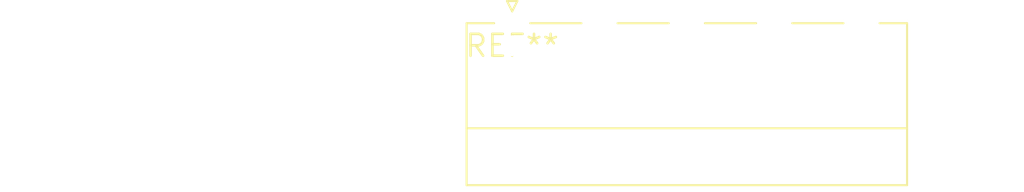
<source format=kicad_pcb>
(kicad_pcb (version 20240108) (generator pcbnew)
  (layers (0 "F.Cu" signal) (31 "B.Cu" signal) (34 "B.Paste" user) (35 "F.Paste" user) (36 "B.SilkS" user "B.Silkscreen") (37 "F.SilkS" user "F.Silkscreen") (38 "B.Mask" user) (39 "F.Mask" user) (44 "Edge.Cuts" user))
  (net 0 "")
  (footprint "PhoenixContact_MC_1,5_5-G-5.08_1x05_P5.08mm_Horizontal" (layer "F.Cu") (at 0 0)
    (property "Reference" "REF**")
    (property "Value" "PhoenixContact_MC_1,5_5-G-5.08_1x05_P5.08mm_Horizontal")
    (fp_line (start -2.65 -1.31) (end -2.65 8.11) (layer "F.SilkS") (stroke (width 0.12)))
    (fp_line (start -2.65 -1.31) (end -1.05 -1.31) (layer "F.SilkS") (stroke (width 0.12)))
    (fp_line (start -2.65 4.8) (end 22.97 4.8) (layer "F.SilkS") (stroke (width 0.12)))
    (fp_line (start -2.65 8.11) (end 22.97 8.11) (layer "F.SilkS") (stroke (width 0.12)))
    (fp_line (start -0.3 -2.6) (end 0.3 -2.6) (layer "F.SilkS") (stroke (width 0.12)))
    (fp_line (start 0 -2) (end -0.3 -2.6) (layer "F.SilkS") (stroke (width 0.12)))
    (fp_line (start 0.3 -2.6) (end 0 -2) (layer "F.SilkS") (stroke (width 0.12)))
    (fp_line (start 1.05 -1.31) (end 4.03 -1.31) (layer "F.SilkS") (stroke (width 0.12)))
    (fp_line (start 6.13 -1.31) (end 9.11 -1.31) (layer "F.SilkS") (stroke (width 0.12)))
    (fp_line (start 11.21 -1.31) (end 14.19 -1.31) (layer "F.SilkS") (stroke (width 0.12)))
    (fp_line (start 16.29 -1.31) (end 19.27 -1.31) (layer "F.SilkS") (stroke (width 0.12)))
    (fp_line (start 22.97 -1.31) (end 21.37 -1.31) (layer "F.SilkS") (stroke (width 0.12)))
    (fp_line (start 22.97 8.11) (end 22.97 -1.31) (layer "F.SilkS") (stroke (width 0.12)))
    (pad "1" thru_hole roundrect (at 0 0) (size 1.8 3.6) (drill 1.2) (layers *.Cu *.Mask) (remove_unused_layers) (roundrect_rratio 0.138889))
    (pad "2" thru_hole oval (at 5.08 0) (size 1.8 3.6) (drill 1.2) (layers *.Cu *.Mask) (remove_unused_layers))
    (pad "3" thru_hole oval (at 10.16 0) (size 1.8 3.6) (drill 1.2) (layers *.Cu *.Mask) (remove_unused_layers))
    (pad "4" thru_hole oval (at 15.24 0) (size 1.8 3.6) (drill 1.2) (layers *.Cu *.Mask) (remove_unused_layers))
    (pad "5" thru_hole oval (at 20.32 0) (size 1.8 3.6) (drill 1.2) (layers *.Cu *.Mask) (remove_unused_layers))
  )
)
</source>
